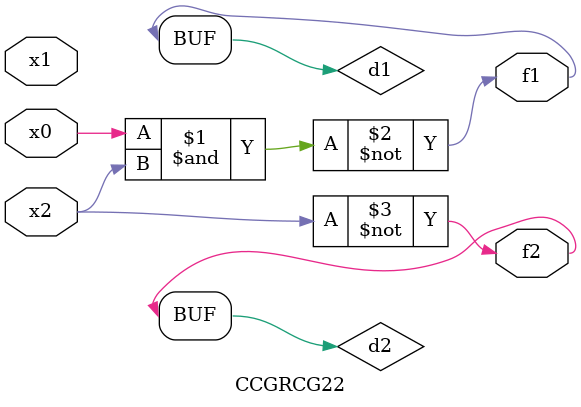
<source format=v>
module CCGRCG22( x0, x1, x2, f1, f2 );

	input x0, x1, x2;
	output f1, f2;

	wire d1, d2, d3;

	nand (d1, x0, x2);
	nor (d2, x2);
	not (d3, x0);
	assign f1 = d1;
	assign f2 = d2;
endmodule

</source>
